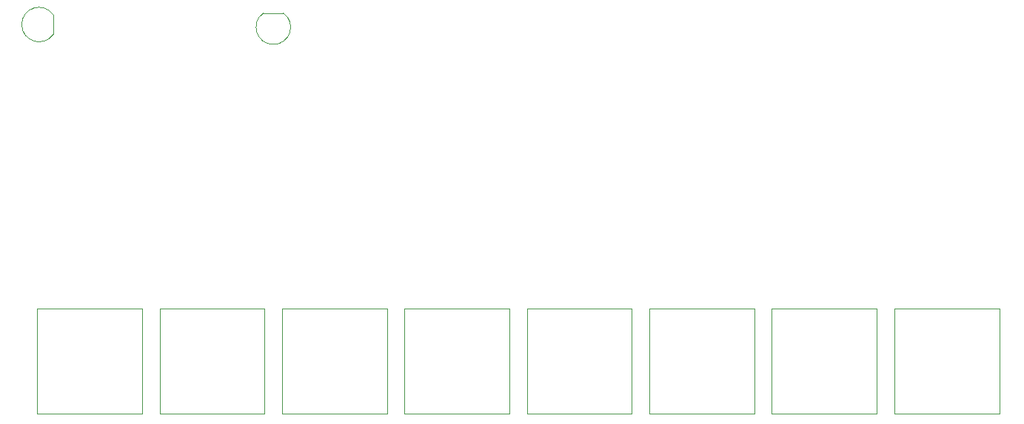
<source format=gbr>
G04*
G04 #@! TF.GenerationSoftware,Altium Limited,Altium Designer,24.5.1 (21)*
G04*
G04 Layer_Color=32768*
%FSLAX25Y25*%
%MOIN*%
G70*
G04*
G04 #@! TF.SameCoordinates,3106325B-D942-48A4-ABE3-467AB4579E9E*
G04*
G04*
G04 #@! TF.FilePolarity,Positive*
G04*
G01*
G75*
%ADD10C,0.00394*%
D10*
X139260Y200083D02*
G03*
X148140Y200085I4441J-6383D01*
G01*
X44572Y199323D02*
G03*
X44573Y190443I-6383J-4441D01*
G01*
X139260Y200083D02*
X148142D01*
X44572Y190441D02*
Y199323D01*
X257874Y66929D02*
X305118D01*
X257874Y19685D02*
Y66929D01*
Y19685D02*
X305118D01*
Y66929D01*
X423228D02*
X470472D01*
X423228Y19685D02*
Y66929D01*
Y19685D02*
X470472D01*
Y66929D01*
X312992D02*
X360236D01*
X312992Y19685D02*
Y66929D01*
Y19685D02*
X360236D01*
Y66929D01*
X368110D02*
X415354D01*
X368110Y19685D02*
Y66929D01*
Y19685D02*
X415354D01*
Y66929D01*
X92520D02*
X139764D01*
X92520Y19685D02*
Y66929D01*
Y19685D02*
X139764D01*
Y66929D01*
X147638D02*
X194882D01*
X147638Y19685D02*
Y66929D01*
Y19685D02*
X194882D01*
Y66929D01*
X202756D02*
X250000D01*
X202756Y19685D02*
Y66929D01*
Y19685D02*
X250000D01*
Y66929D01*
X84646Y19685D02*
Y66929D01*
X37402Y19685D02*
X84646D01*
X37402D02*
Y66929D01*
X84646D01*
M02*

</source>
